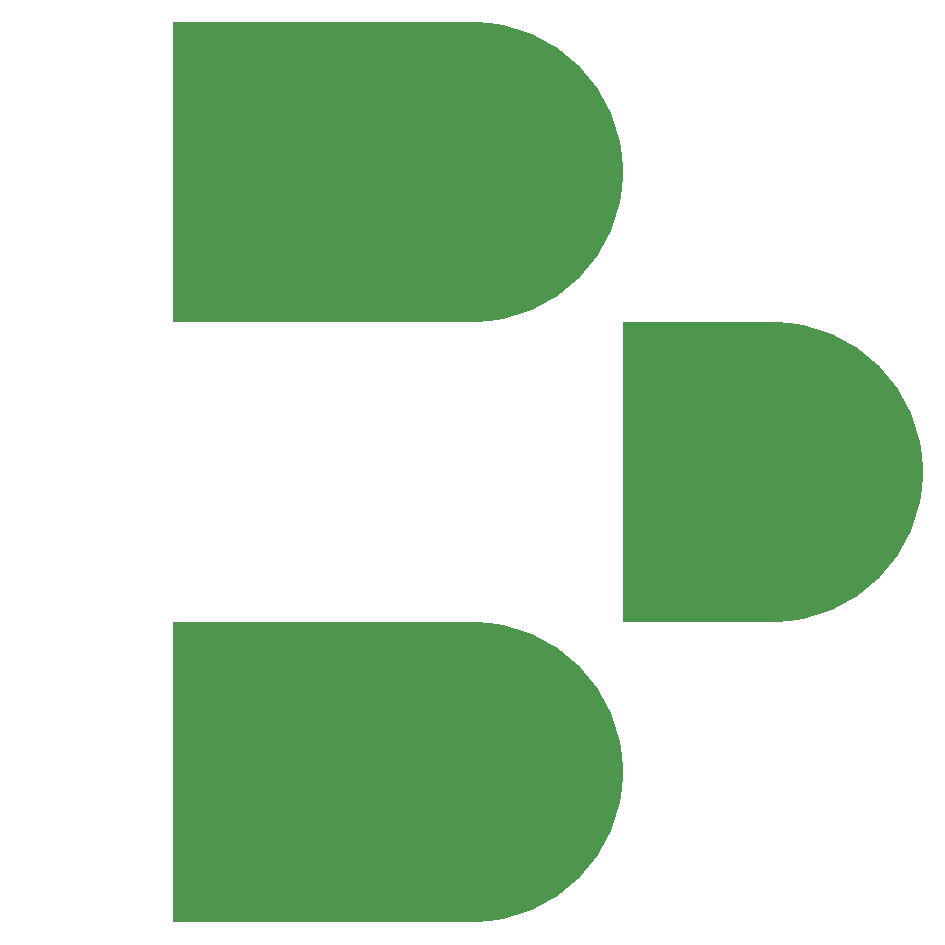
<source format=gbr>
%TF.GerberVersion,J4*%
%TF.Part,Single*%
%TF.FileFunction,Other,BugReportExample*%

%FSLAX26Y26*%
%MOIN*%

%LPD*%

%SRX1Y1I0J0*%


G04 ===================================================*
G04 Aperture Macros*
G04 AMHALFCIRCLE draws a half circle by drawing a full circle and then
G04  a rectangular negative object overlapping the other half circle
G04 ===================================================*
%AMHALFCIRCLE*
1,1,1,0,0,0,0*
2,0,1,0,0,-.5,0,0*%




G04 ===================================================*
G04 Aperture Definitions*
G04 ===================================================*
%ADD10HALFCIRCLE*%
%ADD20HALFCIRCLE*%
%ADD30HALFCIRCLE*%



G04 ===================================================*
G04 Program*
G04 ===================================================*

G01*

G04 ---------------------------------------------------*
G04 The following code should produce similar outputs. *
G04 That is, 2 half circles side by side.  However,    *
G04 only the flashes done with D10 are correct. With   *
G04 the D20, the second aperture flash erases the first*
G04 which should not happen according to the gerber    *
G04 file format specifications.  The only difference   *
G04 between the D10 and D20 flashes are the Y coords.  *
G04 and the order of the flash statements.             *
G04 Note: D30 shows one flash (one aperture macro).    *
G04                                                    *
G04 See section 4.12.2 of the Ucamco Gerber Format     *
G04 Specification document for more details on aperture*
G04 macro exposure modifiers.                          *
G04 ---------------------------------------------------*


D10*
X500000Y2000000D03*
X0Y2000000D03*


D20*
X0Y0D03*
X500000Y0D03*

D30*
X1500000Y1000000D03*


M02*
</source>
